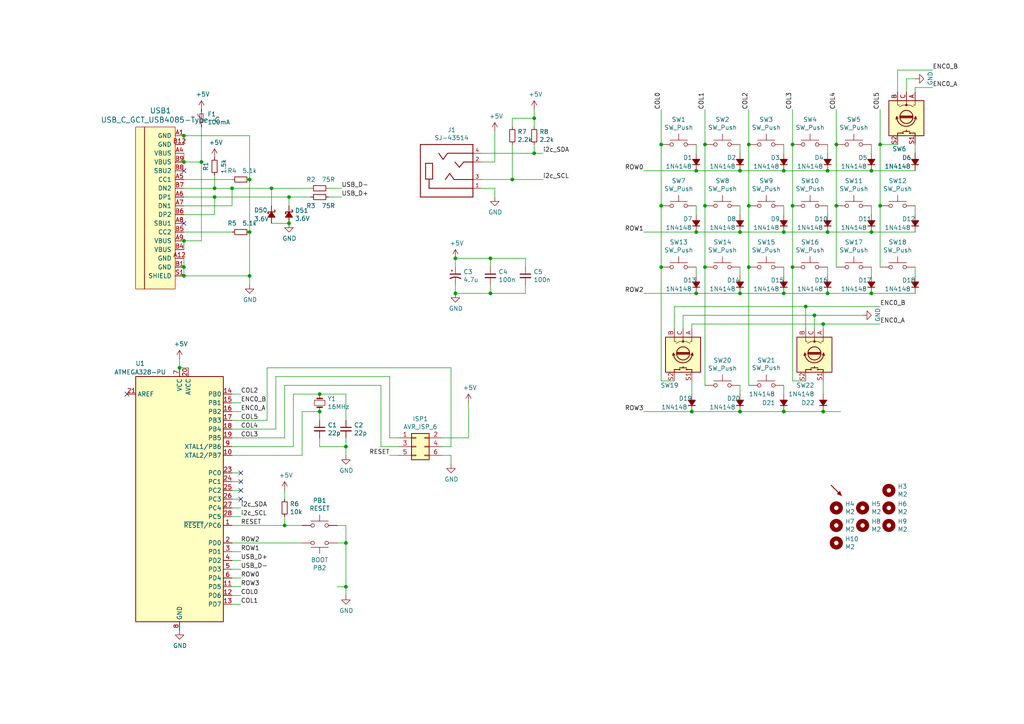
<source format=kicad_sch>
(kicad_sch (version 20230121) (generator eeschema)
  (paper "A4")
  (title_block (title "Torn Keyboard - Left") (rev "3.0"))
  (lib_symbols
    (symbol "Connector_Generic:Conn_02x03_Odd_Even" (pin_names (offset 1.016) hide)
      (property "Reference" "J" (at 1.27 5.08 0))
      (property "Value" "Conn_02x03_Odd_Even" (at 1.27 -5.08 0))
      (symbol "Conn_02x03_Odd_Even_1_1"
        (pin passive line (at -5.08 2.54 0) (length 3.81) (name "Pin_1") (number "1"))
        (pin passive line (at 7.62 2.54 180) (length 3.81) (name "Pin_2") (number "2"))
        (pin passive line (at -5.08 0 0) (length 3.81) (name "Pin_3") (number "3"))
        (pin passive line (at 7.62 0 180) (length 3.81) (name "Pin_4") (number "4"))
        (pin passive line (at -5.08 -2.54 0) (length 3.81) (name "Pin_5") (number "5"))
        (pin passive line (at 7.62 -2.54 180) (length 3.81) (name "Pin_6") (number "6"))
      )
    )
    (symbol "Device:C_Small" (pin_numbers hide) (pin_names (offset 0.254) hide)
      (property "Reference" "C" (at 0.254 1.778 0))
      (property "Value" "C_Small" (at 0.254 -2.032 0))
      (symbol "C_Small_1_1"
        (pin passive line (at 0 2.54 270) (length 2.032) (name "~") (number "1"))
        (pin passive line (at 0 -2.54 90) (length 2.032) (name "~") (number "2"))
      )
    )
    (symbol "Device:Crystal_Small" (pin_numbers hide) (pin_names (offset 1.016) hide)
      (property "Reference" "Y" (at 0 2.54 0))
      (property "Value" "Crystal_Small" (at 0 -2.54 0))
      (symbol "Crystal_Small_1_1"
        (pin passive line (at -2.54 0 0) (length 1.27) (name "1") (number "1"))
        (pin passive line (at 2.54 0 180) (length 1.27) (name "2") (number "2"))
      )
    )
    (symbol "Device:Polyfuse_Small" (pin_numbers hide) (pin_names (offset 0))
      (property "Reference" "F" (at -1.905 0 90))
      (property "Value" "Polyfuse_Small" (at 1.905 0 90))
      (symbol "Polyfuse_Small_1_1"
        (pin passive line (at 0 2.54 270) (length 0.635) (name "~") (number "1"))
        (pin passive line (at 0 -2.54 90) (length 0.635) (name "~") (number "2"))
      )
    )
    (symbol "Device:R_Small" (pin_numbers hide) (pin_names (offset 0.254) hide)
      (property "Reference" "R" (at 0.762 0.508 0))
      (property "Value" "R_Small" (at 0.762 -1.016 0))
      (symbol "R_Small_1_1"
        (pin passive line (at 0 2.54 270) (length 0.762) (name "~") (number "1"))
        (pin passive line (at 0 -2.54 90) (length 0.762) (name "~") (number "2"))
      )
    )
    (symbol "Graphic:SYM_Arrow45_Small" (in_bom no) (on_board no))
    (symbol "Mechanical:MountingHole" (pin_names (offset 1.016))
      (property "Reference" "H" (at 0 5.08 0))
      (property "Value" "MountingHole" (at 0 3.175 0))
    )
    (symbol "Switch:SW_Push" (pin_numbers hide) (pin_names (offset 1.016) hide)
      (property "Reference" "SW" (at 1.27 2.54 0))
      (property "Value" "SW_Push" (at 0 -1.524 0))
      (symbol "SW_Push_0_1"
        (pin passive line (at -5.08 0 0) (length 2.54) (name "1") (number "1"))
        (pin passive line (at 5.08 0 180) (length 2.54) (name "2") (number "2"))
      )
    )
    (symbol "power:+5V" (power) (pin_names (offset 0))
      (property "Value" "+5V" (at 0 3.556 0))
      (symbol "+5V_1_1"
        (pin power_in line (at 0 0 90) (length 0) hide (name "+5V") (number "1"))
      )
    )
    (symbol "power:GND" (power) (pin_names (offset 0))
      (property "Value" "GND" (at 0 -3.81 0))
      (symbol "GND_1_1"
        (pin power_in line (at 0 0 270) (length 0) hide (name "GND") (number "1"))
      )
    )
    (symbol "torn_left-rescue:ATmega328P-PU-MCU_Microchip_ATmega"
      (property "Reference" "U" (at -12.7 36.83 0))
      (property "Value" "MCU_Microchip_ATmega_ATmega328P-PU" (at 2.54 -36.83 0))
      (symbol "ATmega328P-PU-MCU_Microchip_ATmega_1_1"
        (pin bidirectional line (at 15.24 -7.62 180) (length 2.54) (name "~{RESET}/PC6") (number "1"))
        (pin bidirectional line (at 15.24 12.7 180) (length 2.54) (name "XTAL2/PB7") (number "10"))
        (pin bidirectional line (at 15.24 -25.4 180) (length 2.54) (name "PD5") (number "11"))
        (pin bidirectional line (at 15.24 -27.94 180) (length 2.54) (name "PD6") (number "12"))
        (pin bidirectional line (at 15.24 -30.48 180) (length 2.54) (name "PD7") (number "13"))
        (pin bidirectional line (at 15.24 30.48 180) (length 2.54) (name "PB0") (number "14"))
        (pin bidirectional line (at 15.24 27.94 180) (length 2.54) (name "PB1") (number "15"))
        (pin bidirectional line (at 15.24 25.4 180) (length 2.54) (name "PB2") (number "16"))
        (pin bidirectional line (at 15.24 22.86 180) (length 2.54) (name "PB3") (number "17"))
        (pin bidirectional line (at 15.24 20.32 180) (length 2.54) (name "PB4") (number "18"))
        (pin bidirectional line (at 15.24 17.78 180) (length 2.54) (name "PB5") (number "19"))
        (pin bidirectional line (at 15.24 -12.7 180) (length 2.54) (name "PD0") (number "2"))
        (pin power_in line (at 2.54 38.1 270) (length 2.54) (name "AVCC") (number "20"))
        (pin passive line (at -15.24 30.48 0) (length 2.54) (name "AREF") (number "21"))
        (pin passive line (at 0 -38.1 90) (length 2.54) hide (name "GND") (number "22"))
        (pin bidirectional line (at 15.24 7.62 180) (length 2.54) (name "PC0") (number "23"))
        (pin bidirectional line (at 15.24 5.08 180) (length 2.54) (name "PC1") (number "24"))
        (pin bidirectional line (at 15.24 2.54 180) (length 2.54) (name "PC2") (number "25"))
        (pin bidirectional line (at 15.24 0 180) (length 2.54) (name "PC3") (number "26"))
        (pin bidirectional line (at 15.24 -2.54 180) (length 2.54) (name "PC4") (number "27"))
        (pin bidirectional line (at 15.24 -5.08 180) (length 2.54) (name "PC5") (number "28"))
        (pin bidirectional line (at 15.24 -15.24 180) (length 2.54) (name "PD1") (number "3"))
        (pin bidirectional line (at 15.24 -17.78 180) (length 2.54) (name "PD2") (number "4"))
        (pin bidirectional line (at 15.24 -20.32 180) (length 2.54) (name "PD3") (number "5"))
        (pin bidirectional line (at 15.24 -22.86 180) (length 2.54) (name "PD4") (number "6"))
        (pin power_in line (at 0 38.1 270) (length 2.54) (name "VCC") (number "7"))
        (pin power_in line (at 0 -38.1 90) (length 2.54) (name "GND") (number "8"))
        (pin bidirectional line (at 15.24 15.24 180) (length 2.54) (name "XTAL1/PB6") (number "9"))
      )
    )
    (symbol "torn_left-rescue:CP1_Small-Device" (pin_numbers hide) (pin_names (offset 0.254) hide)
      (property "Reference" "C" (at 0.254 1.778 0))
      (property "Value" "Device_CP1_Small" (at 0.254 -2.032 0))
      (symbol "CP1_Small-Device_1_1"
        (pin passive line (at 0 2.54 270) (length 2.032) (name "~") (number "1"))
        (pin passive line (at 0 -2.54 90) (length 2.032) (name "~") (number "2"))
      )
    )
    (symbol "torn_left-rescue:D_Schottky_Small_ALT-Device" (pin_numbers hide) (pin_names (offset 0.254) hide)
      (property "Reference" "D" (at -1.27 2.032 0))
      (property "Value" "Device_D_Schottky_Small_ALT" (at -7.112 -2.032 0))
      (symbol "D_Schottky_Small_ALT-Device_1_1"
        (pin passive line (at -2.54 0 0) (length 1.778) (name "K") (number "1"))
        (pin passive line (at 2.54 0 180) (length 1.778) (name "A") (number "2"))
      )
    )
    (symbol "torn_left-rescue:D_Small_ALT-Device" (pin_numbers hide) (pin_names (offset 0.254) hide)
      (property "Reference" "D" (at -1.27 2.032 0))
      (property "Value" "Device_D_Small_ALT" (at -3.81 -2.032 0))
      (symbol "D_Small_ALT-Device_1_1"
        (pin passive line (at -2.54 0 0) (length 1.778) (name "K") (number "1"))
        (pin passive line (at 2.54 0 180) (length 1.778) (name "A") (number "2"))
      )
    )
    (symbol "torn_left-rescue:Rotary_Encoder_Switch-Device" (pin_names (offset 0.254) hide)
      (property "Reference" "SW" (at 0 6.604 0))
      (property "Value" "Device_Rotary_Encoder_Switch" (at 0 -6.604 0))
      (symbol "Rotary_Encoder_Switch-Device_1_1"
        (pin passive line (at -7.62 2.54 0) (length 2.54) (name "A") (number "A"))
        (pin passive line (at -7.62 -2.54 0) (length 2.54) (name "B") (number "B"))
        (pin passive line (at -7.62 0 0) (length 2.54) (name "C") (number "C"))
        (pin passive line (at 7.62 2.54 180) (length 2.54) (name "S1") (number "S1"))
        (pin passive line (at 7.62 -2.54 180) (length 2.54) (name "S2") (number "S2"))
      )
    )
    (symbol "torn_left-rescue:SJ-43514-SJ-43514" (pin_names (offset 1.016) hide)
      (property "Reference" "J" (at -7.62 8.382 0))
      (property "Value" "SJ-43514_SJ-43514" (at -7.62 -10.16 0))
      (symbol "SJ-43514-SJ-43514_0_0"
        (pin passive line (at 10.16 -5.08 180) (length 2.54) (name "~") (number "1"))
        (pin passive line (at 10.16 2.54 180) (length 2.54) (name "~") (number "2"))
        (pin passive line (at 10.16 -2.54 180) (length 2.54) (name "~") (number "3"))
        (pin passive line (at 10.16 5.08 180) (length 2.54) (name "~") (number "4"))
      )
    )
    (symbol "torn_left-rescue:USB_C_GCT_USB4085-Type-C-usb_c_gct_usb4085-type-c" (pin_names (offset 1.016))
      (property "Reference" "USB" (at -5.08 22.86 0))
      (property "Value" "usb_c_gct_usb4085-type-c_USB_C_GCT_USB4085-Type-C" (at -10.16 -1.27 90))
      (symbol "USB_C_GCT_USB4085-Type-C-usb_c_gct_usb4085-type-c_1_1"
        (pin input line (at 2.54 19.05 180) (length 2.54) (name "GND") (number "A1"))
        (pin input line (at 2.54 -16.51 180) (length 2.54) (name "GND") (number "A12"))
        (pin input line (at 2.54 13.97 180) (length 2.54) (name "VBUS") (number "A4"))
        (pin input line (at 2.54 6.35 180) (length 2.54) (name "CC1") (number "A5"))
        (pin input line (at 2.54 1.27 180) (length 2.54) (name "DP1") (number "A6"))
        (pin input line (at 2.54 -1.27 180) (length 2.54) (name "DN1") (number "A7"))
        (pin input line (at 2.54 -6.35 180) (length 2.54) (name "SBU1") (number "A8"))
        (pin input line (at 2.54 -11.43 180) (length 2.54) (name "VBUS") (number "A9"))
        (pin input line (at 2.54 -19.05 180) (length 2.54) (name "GND") (number "B1"))
        (pin input line (at 2.54 16.51 180) (length 2.54) (name "GND") (number "B12"))
        (pin input line (at 2.54 -13.97 180) (length 2.54) (name "VBUS") (number "B4"))
        (pin input line (at 2.54 -8.89 180) (length 2.54) (name "CC2") (number "B5"))
        (pin input line (at 2.54 -3.81 180) (length 2.54) (name "DP2") (number "B6"))
        (pin input line (at 2.54 3.81 180) (length 2.54) (name "DN2") (number "B7"))
        (pin input line (at 2.54 8.89 180) (length 2.54) (name "SBU2") (number "B8"))
        (pin input line (at 2.54 11.43 180) (length 2.54) (name "VBUS") (number "B9"))
        (pin input line (at 2.54 -21.59 180) (length 2.54) (name "SHIELD") (number "S1"))
      )
    )
  )
  (junction (at 148.59 52.07))
  (junction (at 62.23 54.61))
  (junction (at 100.33 157.48))
  (junction (at 154.94 34.29))
  (junction (at 92.71 114.3))
  (junction (at 252.73 49.53))
  (junction (at 214.63 85.09))
  (junction (at 62.23 57.15))
  (junction (at 204.47 77.47))
  (junction (at 82.55 152.4))
  (junction (at 132.08 74.93))
  (junction (at 204.47 41.91))
  (junction (at 142.24 74.93))
  (junction (at 53.34 69.85))
  (junction (at 154.94 44.45))
  (junction (at 100.33 170.18))
  (junction (at 229.87 41.91))
  (junction (at 255.27 41.91))
  (junction (at 83.82 57.15))
  (junction (at 201.93 67.31))
  (junction (at 233.68 88.9))
  (junction (at 227.33 119.38))
  (junction (at 204.47 59.69))
  (junction (at 191.77 59.69))
  (junction (at 236.22 91.44))
  (junction (at 242.57 41.91))
  (junction (at 214.63 49.53))
  (junction (at 78.74 54.61))
  (junction (at 229.87 77.47))
  (junction (at 83.82 64.77))
  (junction (at 67.31 54.61))
  (junction (at 53.34 80.01))
  (junction (at 217.17 41.91))
  (junction (at 255.27 59.69))
  (junction (at 240.03 49.53))
  (junction (at 227.33 49.53))
  (junction (at 53.34 77.47))
  (junction (at 217.17 77.47))
  (junction (at 72.39 52.07))
  (junction (at 242.57 59.69))
  (junction (at 72.39 67.31))
  (junction (at 100.33 129.54))
  (junction (at 214.63 67.31))
  (junction (at 240.03 85.09))
  (junction (at 92.71 119.38))
  (junction (at 200.66 119.38))
  (junction (at 227.33 85.09))
  (junction (at 72.39 80.01))
  (junction (at 191.77 77.47))
  (junction (at 201.93 85.09))
  (junction (at 142.24 85.09))
  (junction (at 191.77 41.91))
  (junction (at 229.87 59.69))
  (junction (at 240.03 67.31))
  (junction (at 132.08 85.09))
  (junction (at 53.34 46.99))
  (junction (at 201.93 49.53))
  (junction (at 53.34 39.37))
  (junction (at 252.73 67.31))
  (junction (at 52.07 106.68))
  (junction (at 252.73 85.09))
  (junction (at 58.42 46.99))
  (junction (at 238.76 119.38))
  (junction (at 214.63 119.38))
  (junction (at 227.33 67.31))
  (junction (at 217.17 59.69))
  (junction (at 238.76 93.98))
  (no_connect (at 53.34 64.77))
  (no_connect (at 69.85 139.7))
  (no_connect (at 36.83 114.3))
  (no_connect (at 69.85 137.16))
  (no_connect (at 69.85 144.78))
  (no_connect (at 69.85 142.24))
  (no_connect (at 53.34 49.53))
  (wire (pts (xy 148.59 52.07) (xy 157.48 52.07)))
  (wire (pts (xy 53.34 59.69) (xy 67.31 59.69)))
  (wire (pts (xy 201.93 59.69) (xy 201.93 62.23)))
  (wire (pts (xy 82.55 149.86) (xy 82.55 152.4)))
  (wire (pts (xy 152.4 85.09) (xy 142.24 85.09)))
  (wire (pts (xy 67.31 124.46) (xy 80.01 124.46)))
  (wire (pts (xy 72.39 52.07) (xy 72.39 67.31)))
  (wire (pts (xy 142.24 74.93) (xy 142.24 77.47)))
  (wire (pts (xy 67.31 116.84) (xy 69.85 116.84)))
  (wire (pts (xy 67.31 170.18) (xy 69.85 170.18)))
  (wire (pts (xy 242.57 77.47) (xy 242.57 59.69)))
  (wire (pts (xy 53.34 74.93) (xy 53.34 77.47)))
  (wire (pts (xy 62.23 57.15) (xy 62.23 62.23)))
  (wire (pts (xy 67.31 121.92) (xy 77.47 121.92)))
  (wire (pts (xy 201.93 77.47) (xy 201.93 80.01)))
  (wire (pts (xy 191.77 59.69) (xy 191.77 77.47)))
  (wire (pts (xy 80.01 109.22) (xy 113.03 109.22)))
  (wire (pts (xy 53.34 54.61) (xy 62.23 54.61)))
  (wire (pts (xy 227.33 59.69) (xy 227.33 62.23)))
  (wire (pts (xy 100.33 157.48) (xy 100.33 170.18)))
  (wire (pts (xy 80.01 124.46) (xy 80.01 109.22)))
  (wire (pts (xy 130.81 106.68) (xy 130.81 129.54)))
  (wire (pts (xy 62.23 57.15) (xy 83.82 57.15)))
  (wire (pts (xy 100.33 114.3) (xy 100.33 121.92)))
  (wire (pts (xy 67.31 119.38) (xy 69.85 119.38)))
  (wire (pts (xy 229.87 77.47) (xy 229.87 110.49)))
  (wire (pts (xy 152.4 82.55) (xy 152.4 85.09)))
  (wire (pts (xy 82.55 111.76) (xy 82.55 127)))
  (wire (pts (xy 260.35 41.91) (xy 255.27 41.91)))
  (wire (pts (xy 67.31 114.3) (xy 69.85 114.3)))
  (wire (pts (xy 201.93 41.91) (xy 201.93 44.45)))
  (wire (pts (xy 240.03 41.91) (xy 240.03 44.45)))
  (wire (pts (xy 110.49 129.54) (xy 110.49 111.76)))
  (wire (pts (xy 186.69 85.09) (xy 201.93 85.09)))
  (wire (pts (xy 204.47 77.47) (xy 204.47 111.76)))
  (wire (pts (xy 252.73 49.53) (xy 265.43 49.53)))
  (wire (pts (xy 53.34 44.45) (xy 53.34 46.99)))
  (wire (pts (xy 240.03 59.69) (xy 240.03 62.23)))
  (wire (pts (xy 95.25 57.15) (xy 99.06 57.15)))
  (wire (pts (xy 255.27 93.98) (xy 238.76 93.98)))
  (wire (pts (xy 217.17 59.69) (xy 217.17 77.47)))
  (wire (pts (xy 186.69 119.38) (xy 200.66 119.38)))
  (wire (pts (xy 265.43 59.69) (xy 265.43 62.23)))
  (wire (pts (xy 236.22 95.25) (xy 236.22 91.44)))
  (wire (pts (xy 67.31 152.4) (xy 82.55 152.4)))
  (wire (pts (xy 143.51 57.15) (xy 143.51 54.61)))
  (wire (pts (xy 238.76 119.38) (xy 243.84 119.38)))
  (wire (pts (xy 191.77 41.91) (xy 191.77 31.75)))
  (wire (pts (xy 152.4 74.93) (xy 152.4 77.47)))
  (wire (pts (xy 85.09 114.3) (xy 92.71 114.3)))
  (wire (pts (xy 191.77 59.69) (xy 191.77 41.91)))
  (wire (pts (xy 52.07 104.14) (xy 52.07 106.68)))
  (wire (pts (xy 139.7 52.07) (xy 148.59 52.07)))
  (wire (pts (xy 252.73 77.47) (xy 252.73 80.01)))
  (wire (pts (xy 85.09 114.3) (xy 85.09 129.54)))
  (wire (pts (xy 67.31 139.7) (xy 69.85 139.7)))
  (wire (pts (xy 265.43 25.4) (xy 270.51 25.4)))
  (wire (pts (xy 72.39 67.31) (xy 72.39 80.01)))
  (wire (pts (xy 262.89 26.67) (xy 262.89 22.86)))
  (wire (pts (xy 229.87 110.49) (xy 233.68 110.49)))
  (wire (pts (xy 195.58 88.9) (xy 233.68 88.9)))
  (wire (pts (xy 252.73 59.69) (xy 252.73 62.23)))
  (wire (pts (xy 52.07 106.68) (xy 54.61 106.68)))
  (wire (pts (xy 255.27 77.47) (xy 255.27 59.69)))
  (wire (pts (xy 67.31 144.78) (xy 69.85 144.78)))
  (wire (pts (xy 78.74 59.69) (xy 78.74 54.61)))
  (wire (pts (xy 148.59 41.91) (xy 148.59 52.07)))
  (wire (pts (xy 154.94 34.29) (xy 154.94 31.75)))
  (wire (pts (xy 142.24 85.09) (xy 132.08 85.09)))
  (wire (pts (xy 67.31 54.61) (xy 78.74 54.61)))
  (wire (pts (xy 214.63 111.76) (xy 214.63 114.3)))
  (wire (pts (xy 128.27 132.08) (xy 130.81 132.08)))
  (wire (pts (xy 83.82 59.69) (xy 83.82 57.15)))
  (wire (pts (xy 240.03 49.53) (xy 252.73 49.53)))
  (wire (pts (xy 132.08 82.55) (xy 132.08 85.09)))
  (wire (pts (xy 135.89 127) (xy 128.27 127)))
  (wire (pts (xy 67.31 160.02) (xy 69.85 160.02)))
  (wire (pts (xy 262.89 22.86) (xy 265.43 22.86)))
  (wire (pts (xy 67.31 127) (xy 82.55 127)))
  (wire (pts (xy 200.66 119.38) (xy 214.63 119.38)))
  (wire (pts (xy 154.94 34.29) (xy 148.59 34.29)))
  (wire (pts (xy 139.7 54.61) (xy 143.51 54.61)))
  (wire (pts (xy 214.63 85.09) (xy 227.33 85.09)))
  (wire (pts (xy 97.79 170.18) (xy 100.33 170.18)))
  (wire (pts (xy 201.93 67.31) (xy 214.63 67.31)))
  (wire (pts (xy 67.31 172.72) (xy 69.85 172.72)))
  (wire (pts (xy 77.47 121.92) (xy 77.47 106.68)))
  (wire (pts (xy 53.34 72.39) (xy 53.34 69.85)))
  (wire (pts (xy 201.93 85.09) (xy 214.63 85.09)))
  (wire (pts (xy 92.71 129.54) (xy 100.33 129.54)))
  (wire (pts (xy 265.43 41.91) (xy 265.43 44.45)))
  (wire (pts (xy 200.66 93.98) (xy 200.66 95.25)))
  (wire (pts (xy 198.12 91.44) (xy 198.12 95.25)))
  (wire (pts (xy 200.66 114.3) (xy 200.66 110.49)))
  (wire (pts (xy 115.57 132.08) (xy 113.03 132.08)))
  (wire (pts (xy 240.03 67.31) (xy 252.73 67.31)))
  (wire (pts (xy 252.73 41.91) (xy 252.73 44.45)))
  (wire (pts (xy 139.7 44.45) (xy 154.94 44.45)))
  (wire (pts (xy 82.55 144.78) (xy 82.55 142.24)))
  (wire (pts (xy 69.85 137.16) (xy 67.31 137.16)))
  (wire (pts (xy 252.73 67.31) (xy 265.43 67.31)))
  (wire (pts (xy 238.76 95.25) (xy 238.76 93.98)))
  (wire (pts (xy 92.71 127) (xy 92.71 129.54)))
  (wire (pts (xy 67.31 59.69) (xy 67.31 54.61)))
  (wire (pts (xy 204.47 59.69) (xy 204.47 77.47)))
  (wire (pts (xy 53.34 77.47) (xy 53.34 80.01)))
  (wire (pts (xy 250.19 91.44) (xy 236.22 91.44)))
  (wire (pts (xy 77.47 106.68) (xy 130.81 106.68)))
  (wire (pts (xy 67.31 147.32) (xy 69.85 147.32)))
  (wire (pts (xy 186.69 49.53) (xy 201.93 49.53)))
  (wire (pts (xy 53.34 80.01) (xy 72.39 80.01)))
  (wire (pts (xy 67.31 149.86) (xy 69.85 149.86)))
  (wire (pts (xy 238.76 93.98) (xy 200.66 93.98)))
  (wire (pts (xy 67.31 142.24) (xy 69.85 142.24)))
  (wire (pts (xy 238.76 114.3) (xy 238.76 110.49)))
  (wire (pts (xy 240.03 77.47) (xy 240.03 80.01)))
  (wire (pts (xy 255.27 31.75) (xy 255.27 41.91)))
  (wire (pts (xy 204.47 41.91) (xy 204.47 31.75)))
  (wire (pts (xy 227.33 41.91) (xy 227.33 44.45)))
  (wire (pts (xy 229.87 59.69) (xy 229.87 41.91)))
  (wire (pts (xy 87.63 119.38) (xy 87.63 132.08)))
  (wire (pts (xy 252.73 85.09) (xy 265.43 85.09)))
  (wire (pts (xy 260.35 26.67) (xy 260.35 20.32)))
  (wire (pts (xy 142.24 74.93) (xy 152.4 74.93)))
  (wire (pts (xy 90.17 57.15) (xy 83.82 57.15)))
  (wire (pts (xy 214.63 49.53) (xy 227.33 49.53)))
  (wire (pts (xy 53.34 52.07) (xy 67.31 52.07)))
  (wire (pts (xy 186.69 67.31) (xy 201.93 67.31)))
  (wire (pts (xy 67.31 175.26) (xy 69.85 175.26)))
  (wire (pts (xy 260.35 20.32) (xy 270.51 20.32)))
  (wire (pts (xy 128.27 129.54) (xy 130.81 129.54)))
  (wire (pts (xy 67.31 157.48) (xy 87.63 157.48)))
  (wire (pts (xy 62.23 54.61) (xy 67.31 54.61)))
  (wire (pts (xy 113.03 109.22) (xy 113.03 127)))
  (wire (pts (xy 227.33 85.09) (xy 240.03 85.09)))
  (wire (pts (xy 67.31 162.56) (xy 69.85 162.56)))
  (wire (pts (xy 72.39 80.01) (xy 72.39 82.55)))
  (wire (pts (xy 204.47 59.69) (xy 204.47 41.91)))
  (wire (pts (xy 100.33 129.54) (xy 100.33 127)))
  (wire (pts (xy 214.63 119.38) (xy 227.33 119.38)))
  (wire (pts (xy 110.49 129.54) (xy 115.57 129.54)))
  (wire (pts (xy 85.09 129.54) (xy 67.31 129.54)))
  (wire (pts (xy 82.55 152.4) (xy 87.63 152.4)))
  (wire (pts (xy 154.94 36.83) (xy 154.94 34.29)))
  (wire (pts (xy 58.42 69.85) (xy 53.34 69.85)))
  (wire (pts (xy 100.33 132.08) (xy 100.33 129.54)))
  (wire (pts (xy 214.63 67.31) (xy 227.33 67.31)))
  (wire (pts (xy 92.71 119.38) (xy 87.63 119.38)))
  (wire (pts (xy 227.33 77.47) (xy 227.33 80.01)))
  (wire (pts (xy 67.31 165.1) (xy 69.85 165.1)))
  (wire (pts (xy 154.94 44.45) (xy 157.48 44.45)))
  (wire (pts (xy 53.34 46.99) (xy 58.42 46.99)))
  (wire (pts (xy 115.57 127) (xy 113.03 127)))
  (wire (pts (xy 148.59 36.83) (xy 148.59 34.29)))
  (wire (pts (xy 227.33 119.38) (xy 238.76 119.38)))
  (wire (pts (xy 135.89 116.84) (xy 135.89 127)))
  (wire (pts (xy 100.33 152.4) (xy 100.33 157.48)))
  (wire (pts (xy 72.39 39.37) (xy 72.39 52.07)))
  (wire (pts (xy 92.71 119.38) (xy 92.71 121.92)))
  (wire (pts (xy 132.08 74.93) (xy 142.24 74.93)))
  (wire (pts (xy 78.74 64.77) (xy 83.82 64.77)))
  (wire (pts (xy 142.24 82.55) (xy 142.24 85.09)))
  (wire (pts (xy 240.03 85.09) (xy 252.73 85.09)))
  (wire (pts (xy 255.27 41.91) (xy 255.27 59.69)))
  (wire (pts (xy 67.31 167.64) (xy 69.85 167.64)))
  (wire (pts (xy 62.23 50.8) (xy 62.23 54.61)))
  (wire (pts (xy 110.49 111.76) (xy 82.55 111.76)))
  (wire (pts (xy 242.57 41.91) (xy 242.57 31.75)))
  (wire (pts (xy 265.43 77.47) (xy 265.43 80.01)))
  (wire (pts (xy 214.63 41.91) (xy 214.63 44.45)))
  (wire (pts (xy 97.79 157.48) (xy 100.33 157.48)))
  (wire (pts (xy 92.71 114.3) (xy 100.33 114.3)))
  (wire (pts (xy 97.79 152.4) (xy 100.33 152.4)))
  (wire (pts (xy 227.33 67.31) (xy 240.03 67.31)))
  (wire (pts (xy 87.63 132.08) (xy 67.31 132.08)))
  (wire (pts (xy 217.17 77.47) (xy 217.17 111.76)))
  (wire (pts (xy 227.33 49.53) (xy 240.03 49.53)))
  (wire (pts (xy 53.34 39.37) (xy 72.39 39.37)))
  (wire (pts (xy 201.93 49.53) (xy 214.63 49.53)))
  (wire (pts (xy 233.68 88.9) (xy 255.27 88.9)))
  (wire (pts (xy 214.63 59.69) (xy 214.63 62.23)))
  (wire (pts (xy 229.87 59.69) (xy 229.87 77.47)))
  (wire (pts (xy 217.17 59.69) (xy 217.17 41.91)))
  (wire (pts (xy 62.23 62.23) (xy 53.34 62.23)))
  (wire (pts (xy 154.94 41.91) (xy 154.94 44.45)))
  (wire (pts (xy 143.51 38.1) (xy 143.51 46.99)))
  (wire (pts (xy 227.33 111.76) (xy 227.33 114.3)))
  (wire (pts (xy 195.58 110.49) (xy 191.77 110.49)))
  (wire (pts (xy 229.87 41.91) (xy 229.87 31.75)))
  (wire (pts (xy 100.33 170.18) (xy 100.33 172.72)))
  (wire (pts (xy 139.7 46.99) (xy 143.51 46.99)))
  (wire (pts (xy 233.68 95.25) (xy 233.68 88.9)))
  (wire (pts (xy 191.77 77.47) (xy 191.77 110.49)))
  (wire (pts (xy 132.08 74.93) (xy 132.08 77.47)))
  (wire (pts (xy 265.43 26.67) (xy 265.43 25.4)))
  (wire (pts (xy 217.17 41.91) (xy 217.17 31.75)))
  (wire (pts (xy 95.25 54.61) (xy 99.06 54.61)))
  (wire (pts (xy 242.57 59.69) (xy 242.57 41.91)))
  (wire (pts (xy 214.63 77.47) (xy 214.63 80.01)))
  (wire (pts (xy 130.81 132.08) (xy 130.81 134.62)))
  (wire (pts (xy 236.22 91.44) (xy 198.12 91.44)))
  (wire (pts (xy 53.34 41.91) (xy 53.34 39.37)))
  (wire (pts (xy 58.42 36.83) (xy 58.42 46.99)))
  (wire (pts (xy 195.58 88.9) (xy 195.58 95.25)))
  (wire (pts (xy 58.42 46.99) (xy 58.42 69.85)))
  (wire (pts (xy 53.34 57.15) (xy 62.23 57.15)))
  (wire (pts (xy 78.74 54.61) (xy 90.17 54.61)))
  (wire (pts (xy 67.31 67.31) (xy 53.34 67.31)))
  (label "ENC0_A" (at 69.85 119.38 0))
  (label "USB_D+" (at 69.85 162.56 0))
  (label "COL4" (at 242.57 31.75 90))
  (label "ENC0_B" (at 270.51 20.32 0))
  (label "COL3" (at 229.87 31.75 90))
  (label "USB_D-" (at 99.06 54.61 0))
  (label "i2c_SDA" (at 69.85 147.32 0))
  (label "ROW2" (at 186.69 85.09 180))
  (label "COL1" (at 204.47 31.75 90))
  (label "COL5" (at 255.27 31.75 90))
  (label "ENC0_B" (at 255.27 88.9 0))
  (label "ENC0_A" (at 255.27 93.98 0))
  (label "ROW0" (at 186.69 49.53 180))
  (label "COL0" (at 191.77 31.75 90))
  (label "COL3" (at 69.85 127 0))
  (label "RESET" (at 113.03 132.08 180))
  (label "ENC0_B" (at 69.85 116.84 0))
  (label "USB_D-" (at 69.85 165.1 0))
  (label "COL2" (at 69.85 114.3 0))
  (label "i2c_SCL" (at 69.85 149.86 0))
  (label "i2c_SDA" (at 157.48 44.45 0))
  (label "i2c_SCL" (at 157.48 52.07 0))
  (label "ROW1" (at 69.85 160.02 0))
  (label "ROW3" (at 69.85 170.18 0))
  (label "ROW1" (at 186.69 67.31 180))
  (label "COL1" (at 69.85 175.26 0))
  (label "RESET" (at 69.85 152.4 0))
  (label "ROW3" (at 186.69 119.38 180))
  (label "ROW2" (at 69.85 157.48 0))
  (label "COL5" (at 69.85 121.92 0))
  (label "COL4" (at 69.85 124.46 0))
  (label "ROW0" (at 69.85 167.64 0))
  (label "USB_D+" (at 99.06 57.15 0))
  (label "COL0" (at 69.85 172.72 0))
  (label "COL2" (at 217.17 31.75 90))
  (label "ENC0_A" (at 270.51 25.4 0))
  (symbol (lib_id "Switch:SW_Push") (at 196.85 41.91 0) (mirror y) (unit 1)
    (property "Reference" "SW1" (at 196.85 34.671 0))
    (property "Value" "SW_Push" (at 196.85 36.9824 0))
    (property "Footprint" "footprints:Kailh_socket_MX_PG1350_optional" (effects hide))
  )
  (symbol (lib_id "torn_left-rescue:D_Small_ALT-Device") (at 201.93 46.99 270) (mirror x) (unit 1)
    (property "Reference" "D1" (at 198.12 45.72 90) (effects (justify left)))
    (property "Value" "1N4148" (at 193.04 48.26 90) (effects (justify left)))
    (property "Footprint" "footprints:D_DO-35_SOD27_P5.08mm_Horizontal" (effects hide))
  )
  (symbol (lib_id "Switch:SW_Push") (at 196.85 59.69 0) (mirror y) (unit 1)
    (property "Reference" "SW7" (at 196.85 52.451 0))
    (property "Value" "SW_Push" (at 196.85 54.7624 0))
    (property "Footprint" "footprints:Kailh_socket_MX_PG1350_optional" (effects hide))
  )
  (symbol (lib_id "torn_left-rescue:D_Small_ALT-Device") (at 201.93 64.77 270) (mirror x) (unit 1)
    (property "Reference" "D7" (at 198.12 63.5 90) (effects (justify left)))
    (property "Value" "1N4148" (at 193.04 66.04 90) (effects (justify left)))
    (property "Footprint" "footprints:D_DO-35_SOD27_P5.08mm_Horizontal" (effects hide))
  )
  (symbol (lib_id "Switch:SW_Push") (at 196.85 77.47 0) (mirror y) (unit 1)
    (property "Reference" "SW13" (at 196.85 70.231 0))
    (property "Value" "SW_Push" (at 196.85 72.5424 0))
    (property "Footprint" "footprints:Kailh_socket_MX_PG1350_optional" (effects hide))
  )
  (symbol (lib_id "torn_left-rescue:D_Small_ALT-Device") (at 201.93 82.55 270) (mirror x) (unit 1)
    (property "Reference" "D13" (at 198.12 81.28 90) (effects (justify left)))
    (property "Value" "1N4148" (at 193.04 83.82 90) (effects (justify left)))
    (property "Footprint" "footprints:D_DO-35_SOD27_P5.08mm_Horizontal" (effects hide))
  )
  (symbol (lib_id "Mechanical:MountingHole") (at 257.81 142.24 0) (unit 1)
    (property "Reference" "H3" (at 260.35 141.0716 0) (effects (justify left)))
    (property "Value" "M2" (at 260.35 143.383 0) (effects (justify left)))
    (property "Footprint" "footprints:MountingHole_2.2mm_M2_Pad" (effects hide))
  )
  (symbol (lib_id "Mechanical:MountingHole") (at 257.81 147.32 0) (unit 1)
    (property "Reference" "H6" (at 260.35 146.1516 0) (effects (justify left)))
    (property "Value" "M2" (at 260.35 148.463 0) (effects (justify left)))
    (property "Footprint" "footprints:MountingHole_2.2mm_M2_Pad" (effects hide))
  )
  (symbol (lib_id "Mechanical:MountingHole") (at 242.57 147.32 0) (unit 1)
    (property "Reference" "H4" (at 245.11 146.1516 0) (effects (justify left)))
    (property "Value" "M2" (at 245.11 148.463 0) (effects (justify left)))
    (property "Footprint" "footprints:MountingHole_2.2mm_M2_Pad" (effects hide))
  )
  (symbol (lib_id "Mechanical:MountingHole") (at 242.57 152.4 0) (unit 1)
    (property "Reference" "H7" (at 245.11 151.2316 0) (effects (justify left)))
    (property "Value" "M2" (at 245.11 153.543 0) (effects (justify left)))
    (property "Footprint" "footprints:MountingHole_2.2mm_M2_Pad" (effects hide))
  )
  (symbol (lib_id "Mechanical:MountingHole") (at 257.81 152.4 0) (unit 1)
    (property "Reference" "H9" (at 260.35 151.2316 0) (effects (justify left)))
    (property "Value" "M2" (at 260.35 153.543 0) (effects (justify left)))
    (property "Footprint" "footprints:MountingHole_2.2mm_M2_Pad" (effects hide))
  )
  (symbol (lib_id "Mechanical:MountingHole") (at 250.19 147.32 0) (unit 1)
    (property "Reference" "H5" (at 252.73 146.1516 0) (effects (justify left)))
    (property "Value" "M2" (at 252.73 148.463 0) (effects (justify left)))
    (property "Footprint" "footprints:MountingHole_2.2mm_M2_Pad" (effects hide))
  )
  (symbol (lib_id "Mechanical:MountingHole") (at 250.19 152.4 0) (unit 1)
    (property "Reference" "H8" (at 252.73 151.2316 0) (effects (justify left)))
    (property "Value" "M2" (at 252.73 153.543 0) (effects (justify left)))
    (property "Footprint" "footprints:MountingHole_2.2mm_M2_Pad" (effects hide))
  )
  (symbol (lib_id "Mechanical:MountingHole") (at 242.57 157.48 0) (unit 1)
    (property "Reference" "H10" (at 245.11 156.3116 0) (effects (justify left)))
    (property "Value" "M2" (at 245.11 158.623 0) (effects (justify left)))
    (property "Footprint" "footprints:MountingHole_2.2mm_M2_Pad" (effects hide))
  )
  (symbol (lib_id "power:+5V") (at 132.08 74.93 0) (unit 1)
    (property "Reference" "#PWR011" (effects hide))
    (property "Value" "+5V" (at 132.461 70.5358 0))
  )
  (symbol (lib_id "Switch:SW_Push") (at 209.55 41.91 0) (mirror y) (unit 1)
    (property "Reference" "SW2" (at 209.55 34.671 0))
    (property "Value" "SW_Push" (at 209.55 36.9824 0))
    (property "Footprint" "footprints:Kailh_socket_MX_PG1350_optional" (effects hide))
  )
  (symbol (lib_id "torn_left-rescue:D_Small_ALT-Device") (at 214.63 46.99 270) (mirror x) (unit 1)
    (property "Reference" "D2" (at 210.82 45.72 90) (effects (justify left)))
    (property "Value" "1N4148" (at 205.74 48.26 90) (effects (justify left)))
    (property "Footprint" "footprints:D_DO-35_SOD27_P5.08mm_Horizontal" (effects hide))
  )
  (symbol (lib_id "Switch:SW_Push") (at 209.55 59.69 0) (mirror y) (unit 1)
    (property "Reference" "SW8" (at 209.55 52.451 0))
    (property "Value" "SW_Push" (at 209.55 54.7624 0))
    (property "Footprint" "footprints:Kailh_socket_MX_PG1350_optional" (effects hide))
  )
  (symbol (lib_id "torn_left-rescue:D_Small_ALT-Device") (at 214.63 64.77 270) (mirror x) (unit 1)
    (property "Reference" "D8" (at 210.82 63.5 90) (effects (justify left)))
    (property "Value" "1N4148" (at 205.74 66.04 90) (effects (justify left)))
    (property "Footprint" "footprints:D_DO-35_SOD27_P5.08mm_Horizontal" (effects hide))
  )
  (symbol (lib_id "Switch:SW_Push") (at 209.55 77.47 0) (mirror y) (unit 1)
    (property "Reference" "SW14" (at 209.55 70.231 0))
    (property "Value" "SW_Push" (at 209.55 72.5424 0))
    (property "Footprint" "footprints:Kailh_socket_MX_PG1350_optional" (effects hide))
  )
  (symbol (lib_id "torn_left-rescue:D_Small_ALT-Device") (at 214.63 82.55 270) (mirror x) (unit 1)
    (property "Reference" "D14" (at 210.82 81.28 90) (effects (justify left)))
    (property "Value" "1N4148" (at 205.74 83.82 90) (effects (justify left)))
    (property "Footprint" "footprints:D_DO-35_SOD27_P5.08mm_Horizontal" (effects hide))
  )
  (symbol (lib_id "Switch:SW_Push") (at 222.25 41.91 0) (mirror y) (unit 1)
    (property "Reference" "SW3" (at 222.25 34.671 0))
    (property "Value" "SW_Push" (at 222.25 36.9824 0))
    (property "Footprint" "footprints:Kailh_socket_MX_PG1350_optional" (effects hide))
  )
  (symbol (lib_id "torn_left-rescue:D_Small_ALT-Device") (at 227.33 46.99 270) (mirror x) (unit 1)
    (property "Reference" "D3" (at 223.52 45.72 90) (effects (justify left)))
    (property "Value" "1N4148" (at 218.44 48.26 90) (effects (justify left)))
    (property "Footprint" "footprints:D_DO-35_SOD27_P5.08mm_Horizontal" (effects hide))
  )
  (symbol (lib_id "Switch:SW_Push") (at 222.25 59.69 0) (mirror y) (unit 1)
    (property "Reference" "SW9" (at 222.25 52.451 0))
    (property "Value" "SW_Push" (at 222.25 54.7624 0))
    (property "Footprint" "footprints:Kailh_socket_MX_PG1350_optional" (effects hide))
  )
  (symbol (lib_id "torn_left-rescue:D_Small_ALT-Device") (at 227.33 64.77 270) (mirror x) (unit 1)
    (property "Reference" "D9" (at 223.52 63.5 90) (effects (justify left)))
    (property "Value" "1N4148" (at 218.44 66.04 90) (effects (justify left)))
    (property "Footprint" "footprints:D_DO-35_SOD27_P5.08mm_Horizontal" (effects hide))
  )
  (symbol (lib_id "Switch:SW_Push") (at 222.25 77.47 0) (mirror y) (unit 1)
    (property "Reference" "SW15" (at 222.25 70.231 0))
    (property "Value" "SW_Push" (at 222.25 72.5424 0))
    (property "Footprint" "footprints:Kailh_socket_MX_PG1350_optional" (effects hide))
  )
  (symbol (lib_id "torn_left-rescue:D_Small_ALT-Device") (at 227.33 82.55 270) (mirror x) (unit 1)
    (property "Reference" "D15" (at 223.52 81.28 90) (effects (justify left)))
    (property "Value" "1N4148" (at 218.44 83.82 90) (effects (justify left)))
    (property "Footprint" "footprints:D_DO-35_SOD27_P5.08mm_Horizontal" (effects hide))
  )
  (symbol (lib_id "Switch:SW_Push") (at 234.95 41.91 0) (mirror y) (unit 1)
    (property "Reference" "SW4" (at 234.95 34.671 0))
    (property "Value" "SW_Push" (at 234.95 36.9824 0))
    (property "Footprint" "footprints:Kailh_socket_MX_PG1350_optional" (effects hide))
  )
  (symbol (lib_id "torn_left-rescue:D_Small_ALT-Device") (at 240.03 46.99 270) (mirror x) (unit 1)
    (property "Reference" "D4" (at 236.22 45.72 90) (effects (justify left)))
    (property "Value" "1N4148" (at 231.14 48.26 90) (effects (justify left)))
    (property "Footprint" "footprints:D_DO-35_SOD27_P5.08mm_Horizontal" (effects hide))
  )
  (symbol (lib_id "Switch:SW_Push") (at 234.95 59.69 0) (mirror y) (unit 1)
    (property "Reference" "SW10" (at 234.95 52.451 0))
    (property "Value" "SW_Push" (at 234.95 54.7624 0))
    (property "Footprint" "footprints:Kailh_socket_MX_PG1350_optional" (effects hide))
  )
  (symbol (lib_id "torn_left-rescue:D_Small_ALT-Device") (at 240.03 64.77 270) (mirror x) (unit 1)
    (property "Reference" "D10" (at 236.22 63.5 90) (effects (justify left)))
    (property "Value" "1N4148" (at 231.14 66.04 90) (effects (justify left)))
    (property "Footprint" "footprints:D_DO-35_SOD27_P5.08mm_Horizontal" (effects hide))
  )
  (symbol (lib_id "Switch:SW_Push") (at 234.95 77.47 0) (mirror y) (unit 1)
    (property "Reference" "SW16" (at 234.95 70.231 0))
    (property "Value" "SW_Push" (at 234.95 72.5424 0))
    (property "Footprint" "footprints:Kailh_socket_MX_PG1350_optional" (effects hide))
  )
  (symbol (lib_id "torn_left-rescue:D_Small_ALT-Device") (at 240.03 82.55 270) (mirror x) (unit 1)
    (property "Reference" "D16" (at 236.22 81.28 90) (effects (justify left)))
    (property "Value" "1N4148" (at 231.14 83.82 90) (effects (justify left)))
    (property "Footprint" "footprints:D_DO-35_SOD27_P5.08mm_Horizontal" (effects hide))
  )
  (symbol (lib_id "torn_left-rescue:D_Small_ALT-Device") (at 200.66 116.84 270) (mirror x) (unit 1)
    (property "Reference" "D19" (at 196.85 115.57 90) (effects (justify left)))
    (property "Value" "1N4148" (at 191.77 118.11 90) (effects (justify left)))
    (property "Footprint" "footprints:D_DO-35_SOD27_P5.08mm_Horizontal" (effects hide))
  )
  (symbol (lib_id "Switch:SW_Push") (at 247.65 41.91 0) (mirror y) (unit 1)
    (property "Reference" "SW5" (at 247.65 34.671 0))
    (property "Value" "SW_Push" (at 247.65 36.9824 0))
    (property "Footprint" "footprints:Kailh_socket_MX_PG1350_optional" (effects hide))
  )
  (symbol (lib_id "torn_left-rescue:D_Small_ALT-Device") (at 252.73 46.99 270) (mirror x) (unit 1)
    (property "Reference" "D5" (at 248.92 45.72 90) (effects (justify left)))
    (property "Value" "1N4148" (at 243.84 48.26 90) (effects (justify left)))
    (property "Footprint" "footprints:D_DO-35_SOD27_P5.08mm_Horizontal" (effects hide))
  )
  (symbol (lib_id "Switch:SW_Push") (at 247.65 59.69 0) (mirror y) (unit 1)
    (property "Reference" "SW11" (at 247.65 52.451 0))
    (property "Value" "SW_Push" (at 247.65 54.7624 0))
    (property "Footprint" "footprints:Kailh_socket_MX_PG1350_optional" (effects hide))
  )
  (symbol (lib_id "torn_left-rescue:D_Small_ALT-Device") (at 252.73 64.77 270) (mirror x) (unit 1)
    (property "Reference" "D11" (at 248.92 63.5 90) (effects (justify left)))
    (property "Value" "1N4148" (at 243.84 66.04 90) (effects (justify left)))
    (property "Footprint" "footprints:D_DO-35_SOD27_P5.08mm_Horizontal" (effects hide))
  )
  (symbol (lib_id "Switch:SW_Push") (at 247.65 77.47 0) (mirror y) (unit 1)
    (property "Reference" "SW17" (at 247.65 70.231 0))
    (property "Value" "SW_Push" (at 247.65 72.5424 0))
    (property "Footprint" "footprints:Kailh_socket_MX_PG1350_optional" (effects hide))
  )
  (symbol (lib_id "torn_left-rescue:D_Small_ALT-Device") (at 252.73 82.55 270) (mirror x) (unit 1)
    (property "Reference" "D17" (at 248.92 81.28 90) (effects (justify left)))
    (property "Value" "1N4148" (at 243.84 83.82 90) (effects (justify left)))
    (property "Footprint" "footprints:D_DO-35_SOD27_P5.08mm_Horizontal" (effects hide))
  )
  (symbol (lib_id "Switch:SW_Push") (at 209.55 111.76 0) (mirror y) (unit 1)
    (property "Reference" "SW20" (at 209.55 104.521 0))
    (property "Value" "SW_Push" (at 209.55 106.8324 0))
    (property "Footprint" "footprints:Kailh_socket_MX_PG1350_optional" (effects hide))
  )
  (symbol (lib_id "torn_left-rescue:D_Small_ALT-Device") (at 214.63 116.84 270) (mirror x) (unit 1)
    (property "Reference" "D20" (at 210.82 115.57 90) (effects (justify left)))
    (property "Value" "1N4148" (at 205.74 118.11 90) (effects (justify left)))
    (property "Footprint" "footprints:D_DO-35_SOD27_P5.08mm_Horizontal" (effects hide))
  )
  (symbol (lib_id "torn_left-rescue:D_Small_ALT-Device") (at 265.43 46.99 270) (mirror x) (unit 1)
    (property "Reference" "D6" (at 261.62 45.72 90) (effects (justify left)))
    (property "Value" "1N4148" (at 256.54 48.26 90) (effects (justify left)))
    (property "Footprint" "footprints:D_DO-35_SOD27_P5.08mm_Horizontal" (effects hide))
  )
  (symbol (lib_id "Switch:SW_Push") (at 260.35 59.69 0) (mirror y) (unit 1)
    (property "Reference" "SW12" (at 260.35 52.451 0))
    (property "Value" "SW_Push" (at 260.35 54.7624 0))
    (property "Footprint" "footprints:Kailh_socket_MX_PG1350_optional" (effects hide))
  )
  (symbol (lib_id "torn_left-rescue:D_Small_ALT-Device") (at 265.43 64.77 270) (mirror x) (unit 1)
    (property "Reference" "D12" (at 261.62 63.5 90) (effects (justify left)))
    (property "Value" "1N4148" (at 256.54 66.04 90) (effects (justify left)))
    (property "Footprint" "footprints:D_DO-35_SOD27_P5.08mm_Horizontal" (effects hide))
  )
  (symbol (lib_id "Switch:SW_Push") (at 260.35 77.47 0) (mirror y) (unit 1)
    (property "Reference" "SW18" (at 260.35 70.231 0))
    (property "Value" "SW_Push" (at 260.35 72.5424 0))
    (property "Footprint" "footprints:Kailh_socket_MX_PG1350_optional" (effects hide))
  )
  (symbol (lib_id "torn_left-rescue:D_Small_ALT-Device") (at 265.43 82.55 270) (mirror x) (unit 1)
    (property "Reference" "D18" (at 261.62 81.28 90) (effects (justify left)))
    (property "Value" "1N4148" (at 256.54 83.82 90) (effects (justify left)))
    (property "Footprint" "footprints:D_DO-35_SOD27_P5.08mm_Horizontal" (effects hide))
  )
  (symbol (lib_id "Switch:SW_Push") (at 222.25 111.76 0) (mirror y) (unit 1)
    (property "Reference" "SW21" (at 222.25 104.521 0))
    (property "Value" "SW_Push" (at 222.25 106.68 0))
    (property "Footprint" "footprints:Kailh_socket_MX_PG1350_optional" (effects hide))
  )
  (symbol (lib_id "torn_left-rescue:D_Small_ALT-Device") (at 227.33 116.84 270) (mirror x) (unit 1)
    (property "Reference" "D21" (at 220.98 116.84 90) (effects (justify left)))
    (property "Value" "1N4148" (at 217.17 114.3 90) (effects (justify left)))
    (property "Footprint" "footprints:D_DO-35_SOD27_P5.08mm_Horizontal" (effects hide))
  )
  (symbol (lib_id "torn_left-rescue:CP1_Small-Device") (at 132.08 80.01 0) (unit 1)
    (property "Reference" "C3" (at 134.3914 78.8416 0) (effects (justify left)))
    (property "Value" "4.7u" (at 134.3914 81.153 0) (effects (justify left)))
    (property "Footprint" "footprints:CP_Radial_D4.0mm_P1.50mm" (effects hide))
  )
  (symbol (lib_id "torn_left-rescue:ATmega328P-PU-MCU_Microchip_ATmega") (at 52.07 144.78 0) (unit 1)
    (property "Reference" "U1" (at 40.64 105.41 0))
    (property "Value" "ATMEGA328-PU" (at 40.64 107.95 0))
    (property "Footprint" "footprints:DIP-28_W7.62mm_Socket" (effects hide))
    (property "Datasheet" "http://www.atmel.com/images/atmel-8271-8-bit-avr-microcontroller-atmega48a-48pa-88a-88pa-168a-168pa-328-328p_datasheet.pdf" (effects hide))
  )
  (symbol (lib_id "power:+5V") (at 52.07 104.14 0) (unit 1)
    (property "Reference" "#PWR03" (effects hide))
    (property "Value" "+5V" (at 52.451 99.7458 0))
  )
  (symbol (lib_id "power:GND") (at 132.08 85.09 0) (unit 1)
    (property "Reference" "#PWR012" (effects hide))
    (property "Value" "GND" (at 132.207 89.4842 0))
  )
  (symbol (lib_id "power:GND") (at 52.07 182.88 0) (unit 1)
    (property "Reference" "#PWR013" (effects hide))
    (property "Value" "GND" (at 52.197 187.2742 0))
  )
  (symbol (lib_id "torn_left-rescue:D_Schottky_Small_ALT-Device") (at 83.82 62.23 270) (unit 1)
    (property "Reference" "D51" (at 85.5472 61.0616 90) (effects (justify left)))
    (property "Value" "3.6V" (at 85.5472 63.373 90) (effects (justify left)))
    (property "Footprint" "footprints:D_DO-35_SOD27_P5.08mm_Horizontal" (effects hide))
  )
  (symbol (lib_id "torn_left-rescue:D_Schottky_Small_ALT-Device") (at 78.74 62.23 270) (unit 1)
    (property "Reference" "D50" (at 73.66 60.96 90) (effects (justify left)))
    (property "Value" "3.6V" (at 73.66 63.5 90) (effects (justify left)))
    (property "Footprint" "footprints:D_DO-35_SOD27_P5.08mm_Horizontal" (effects hide))
  )
  (symbol (lib_id "power:GND") (at 72.39 82.55 0) (unit 1)
    (property "Reference" "#PWR07" (effects hide))
    (property "Value" "GND" (at 72.517 86.9442 0))
  )
  (symbol (lib_id "power:GND") (at 83.82 64.77 0) (unit 1)
    (property "Reference" "#PWR08" (effects hide))
    (property "Value" "GND" (at 83.947 69.1642 0))
  )
  (symbol (lib_id "Device:R_Small") (at 62.23 48.26 180) (unit 1)
    (property "Reference" "R1" (at 59.69 48.26 90))
    (property "Value" "1.5k" (at 64.897 48.26 90))
    (property "Footprint" "footprints:R_Axial_DIN0204_L3.6mm_D1.6mm_P5.08mm_Horizontal" (effects hide))
  )
  (symbol (lib_id "power:+5V") (at 62.23 45.72 0) (unit 1)
    (property "Reference" "#PWR01" (effects hide))
    (property "Value" "+5V" (at 62.611 41.3258 0))
  )
  (symbol (lib_id "Device:Polyfuse_Small") (at 58.42 34.29 180) (unit 1)
    (property "Reference" "F1" (at 60.1472 33.1216 0) (effects (justify right)))
    (property "Value" "100mA" (at 60.1472 35.433 0) (effects (justify right)))
    (property "Footprint" "footprints:polyfuse_5.1mm" (effects hide))
  )
  (symbol (lib_id "power:+5V") (at 58.42 31.75 0) (unit 1)
    (property "Reference" "#PWR02" (effects hide))
    (property "Value" "+5V" (at 58.801 27.3558 0))
  )
  (symbol (lib_id "Device:C_Small") (at 142.24 80.01 0) (unit 1)
    (property "Reference" "C4" (at 144.5768 78.8416 0) (effects (justify left)))
    (property "Value" "100n" (at 144.5768 81.153 0) (effects (justify left)))
    (property "Footprint" "footprints:C_Disc_D4.3mm_W1.9mm_P5.00mm" (effects hide))
  )
  (symbol (lib_id "Device:R_Small") (at 92.71 54.61 270) (unit 1)
    (property "Reference" "R2" (at 90.17 52.07 90))
    (property "Value" "75R" (at 95.25 52.07 90))
    (property "Footprint" "footprints:R_Axial_DIN0204_L3.6mm_D1.6mm_P5.08mm_Horizontal" (effects hide))
  )
  (symbol (lib_id "Device:R_Small") (at 92.71 57.15 270) (unit 1)
    (property "Reference" "R3" (at 90.17 59.69 90))
    (property "Value" "75R" (at 95.25 59.69 90))
    (property "Footprint" "footprints:R_Axial_DIN0204_L3.6mm_D1.6mm_P5.08mm_Horizontal" (effects hide))
  )
  (symbol (lib_id "Device:C_Small") (at 152.4 80.01 0) (unit 1)
    (property "Reference" "C5" (at 154.7368 78.8416 0) (effects (justify left)))
    (property "Value" "100n" (at 154.7368 81.153 0) (effects (justify left)))
    (property "Footprint" "footprints:C_Disc_D4.3mm_W1.9mm_P5.00mm" (effects hide))
  )
  (symbol (lib_id "Switch:SW_Push") (at 92.71 152.4 0) (unit 1)
    (property "Reference" "PB1" (at 92.71 145.161 0))
    (property "Value" "RESET" (at 92.71 147.4724 0))
    (property "Footprint" "footprints:SW_PUSH_6mm" (effects hide))
  )
  (symbol (lib_id "Device:Crystal_Small") (at 92.71 116.84 270) (unit 1)
    (property "Reference" "Y1" (at 94.9452 115.6716 90) (effects (justify left)))
    (property "Value" "16MHz" (at 94.9452 117.983 90) (effects (justify left)))
    (property "Footprint" "footprints:Crystal_HC49-4H_Vertical" (effects hide))
  )
  (symbol (lib_id "Device:R_Small") (at 82.55 147.32 0) (unit 1)
    (property "Reference" "R6" (at 84.0486 146.1516 0) (effects (justify left)))
    (property "Value" "10k" (at 84.0486 148.463 0) (effects (justify left)))
    (property "Footprint" "footprints:R_Axial_DIN0204_L3.6mm_D1.6mm_P5.08mm_Horizontal" (effects hide))
  )
  (symbol (lib_id "power:GND") (at 100.33 132.08 0) (unit 1)
    (property "Reference" "#PWR05" (effects hide))
    (property "Value" "GND" (at 100.457 136.4742 0))
  )
  (symbol (lib_id "Device:C_Small") (at 92.71 124.46 0) (unit 1)
    (property "Reference" "C1" (at 95.0468 123.2916 0) (effects (justify left)))
    (property "Value" "22p" (at 95.0468 125.603 0) (effects (justify left)))
    (property "Footprint" "footprints:C_Disc_D3.0mm_W1.6mm_P2.50mm" (effects hide))
  )
  (symbol (lib_id "Device:C_Small") (at 100.33 124.46 0) (unit 1)
    (property "Reference" "C2" (at 102.6668 123.2916 0) (effects (justify left)))
    (property "Value" "22p" (at 102.6668 125.603 0) (effects (justify left)))
    (property "Footprint" "footprints:C_Disc_D3.0mm_W1.6mm_P2.50mm" (effects hide))
  )
  (symbol (lib_id "Connector_Generic:Conn_02x03_Odd_Even") (at 120.65 129.54 0) (unit 1)
    (property "Reference" "ISP1" (at 121.92 121.4882 0))
    (property "Value" "AVR_ISP_6" (at 121.92 123.7996 0))
    (property "Footprint" "footprints:AVR_ICSP_3x2" (effects hide))
  )
  (symbol (lib_id "Switch:SW_Push") (at 92.71 157.48 180) (unit 1)
    (property "Reference" "PB2" (at 92.71 164.719 0))
    (property "Value" "BOOT" (at 92.71 162.4076 0))
    (property "Footprint" "footprints:SW_PUSH_6mm" (effects hide))
  )
  (symbol (lib_id "power:GND") (at 100.33 172.72 0) (unit 1)
    (property "Reference" "#PWR014" (effects hide))
    (property "Value" "GND" (at 100.457 177.1142 0))
  )
  (symbol (lib_id "power:+5V") (at 135.89 116.84 0) (unit 1)
    (property "Reference" "#PWR04" (effects hide))
    (property "Value" "+5V" (at 136.271 112.4458 0))
  )
  (symbol (lib_id "power:GND") (at 130.81 134.62 0) (unit 1)
    (property "Reference" "#PWR06" (effects hide))
    (property "Value" "GND" (at 130.937 139.0142 0))
  )
  (symbol (lib_id "power:+5V") (at 82.55 142.24 0) (unit 1)
    (property "Reference" "#PWR0101" (effects hide))
    (property "Value" "+5V" (at 82.931 137.8458 0))
  )
  (symbol (lib_id "Device:R_Small") (at 148.59 39.37 0) (unit 1)
    (property "Reference" "R7" (at 150.0886 38.2016 0) (effects (justify left)))
    (property "Value" "2.2k" (at 150.0886 40.513 0) (effects (justify left)))
    (property "Footprint" "footprints:R_Axial_DIN0204_L3.6mm_D1.6mm_P5.08mm_Horizontal" (effects hide))
  )
  (symbol (lib_id "Device:R_Small") (at 154.94 39.37 0) (unit 1)
    (property "Reference" "R8" (at 156.4386 38.2016 0) (effects (justify left)))
    (property "Value" "2.2k" (at 156.4386 40.513 0) (effects (justify left)))
    (property "Footprint" "footprints:R_Axial_DIN0204_L3.6mm_D1.6mm_P5.08mm_Horizontal" (effects hide))
  )
  (symbol (lib_id "power:GND") (at 143.51 57.15 0) (unit 1)
    (property "Reference" "#PWR0102" (effects hide))
    (property "Value" "GND" (at 143.637 61.5442 0))
  )
  (symbol (lib_id "torn_left-rescue:Rotary_Encoder_Switch-Device") (at 236.22 102.87 270) (unit 1)
    (property "Reference" "SW22" (at 236.22 111.76 90) (effects (justify right)))
    (property "Value" "Rotary_Encoder_Switch" (effects hide))
    (property "Footprint" "footprints:Kailh_socket_MX_PG1350_EC11_optional" (effects hide))
  )
  (symbol (lib_id "power:+5V") (at 143.51 38.1 0) (unit 1)
    (property "Reference" "#PWR0104" (effects hide))
    (property "Value" "+5V" (at 143.891 33.7058 0))
  )
  (symbol (lib_id "power:+5V") (at 154.94 31.75 0) (unit 1)
    (property "Reference" "#PWR0103" (effects hide))
    (property "Value" "+5V" (at 155.321 27.3558 0))
  )
  (symbol (lib_id "power:GND") (at 250.19 91.44 90) (unit 1)
    (property "Reference" "#PWR0105" (effects hide))
    (property "Value" "GND" (at 254.5842 91.313 0))
  )
  (symbol (lib_id "torn_left-rescue:SJ-43514-SJ-43514") (at 129.54 49.53 0) (unit 1)
    (property "Reference" "J1" (at 130.9878 37.6682 0))
    (property "Value" "SJ-43514" (at 130.9878 39.9796 0))
    (property "Footprint" "footprints:CUI_SJ-43514" (effects hide))
    (property "Datasheet" "1.04" (effects hide))
    (property "Field4" "MANUFACTURER RECOMMENDATIONS" (effects hide))
    (property "Field5" "CUI INC" (effects hide))
  )
  (symbol (lib_id "torn_left-rescue:D_Small_ALT-Device") (at 238.76 116.84 270) (mirror x) (unit 1)
    (property "Reference" "D22" (at 232.41 116.84 90) (effects (justify left)))
    (property "Value" "1N4148" (at 228.6 114.3 90) (effects (justify left)))
    (property "Footprint" "footprints:D_DO-35_SOD27_P5.08mm_Horizontal" (effects hide))
  )
  (symbol (lib_id "torn_left-rescue:USB_C_GCT_USB4085-Type-C-usb_c_gct_usb4085-type-c") (at 50.8 58.42 0) (unit 1)
    (property "Reference" "USB1" (at 46.5582 32.0802 0) (effects (font (size 1.524 1.524))))
    (property "Value" "USB_C_GCT_USB4085-Type-C" (at 46.5582 34.7726 0) (effects (font (size 1.524 1.524))))
    (property "Footprint" "footprints:USB_C_GCT_USB4085" (effects hide))
  )
  (symbol (lib_id "Graphic:SYM_Arrow45_Small") (at 242.57 142.24 0) (unit 1)
    (property "Reference" "PUCK1" (effects hide))
    (property "Value" "SYM_Arrow45_Small" (effects hide))
    (property "Footprint" "footprints:Tenting_Puck" (effects hide))
  )
  (symbol (lib_id "Device:R_Small") (at 69.85 67.31 270) (unit 1)
    (property "Reference" "R5" (at 67.31 64.77 90))
    (property "Value" "5.1k" (at 72.39 64.77 90))
    (property "Footprint" "footprints:R_Axial_DIN0204_L3.6mm_D1.6mm_P5.08mm_Horizontal" (effects hide))
  )
  (symbol (lib_id "Device:R_Small") (at 69.85 52.07 270) (unit 1)
    (property "Reference" "R4" (at 67.31 49.53 90))
    (property "Value" "5.1k" (at 72.39 49.53 90))
    (property "Footprint" "footprints:R_Axial_DIN0204_L3.6mm_D1.6mm_P5.08mm_Horizontal" (effects hide))
  )
  (symbol (lib_id "torn_left-rescue:Rotary_Encoder_Switch-Device") (at 262.89 34.29 270) (unit 1)
    (property "Reference" "SW6" (at 262.89 43.18 90) (effects (justify right)))
    (property "Value" "Rotary_Encoder_Switch" (effects hide))
    (property "Footprint" "footprints:Kailh_socket_MX_PG1350_EC11_optional" (effects hide))
  )
  (symbol (lib_id "power:GND") (at 265.43 22.86 90) (unit 1)
    (property "Reference" "#PWR?" (effects hide))
    (property "Value" "GND" (at 269.8242 22.733 0))
  )
  (symbol (lib_id "torn_left-rescue:Rotary_Encoder_Switch-Device") (at 198.12 102.87 270) (unit 1)
    (property "Reference" "SW19" (at 196.85 111.76 90) (effects (justify right)))
    (property "Value" "Rotary_Encoder_Switch" (effects hide))
    (property "Footprint" "footprints:Kailh_socket_MX_PG1350_EC11_optional" (effects hide))
  )
)
</source>
